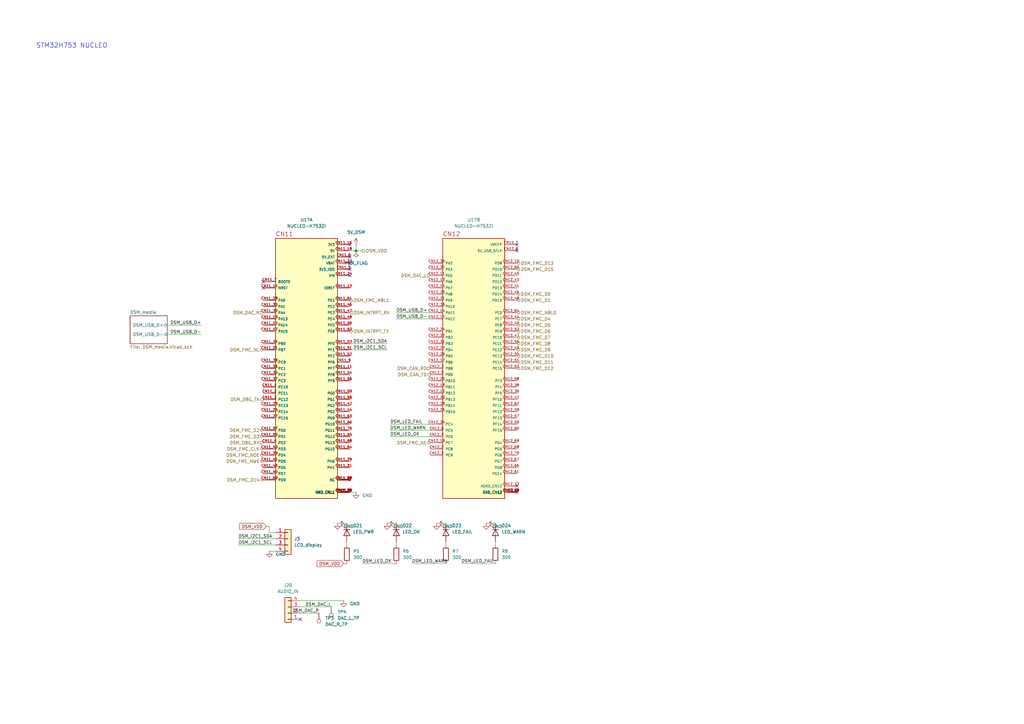
<source format=kicad_sch>
(kicad_sch (version 20250114) (generator "eeschema") (generator_version "9.0")
  (paper "A3")
  (title_block (date "2025-07-21") (rev "2"))
  (lib_symbols
    (symbol "Connector:TestPoint" (pin_numbers (hide yes)) (pin_names (offset 0.762) (hide yes))
      (property "Reference" "TP" (at 0 6.858 0))
      (property "Value" "TestPoint" (at 0 5.08 0))
      (symbol "TestPoint_0_1"
        (circle (center 0 3.302) (radius 0.762))
      )
      (symbol "TestPoint_1_1"
        (pin passive line (at 0 0 90) (length 2.54) (name "1") (number "1"))
      )
    )
    (symbol "Connector_Generic:Conn_01x04" (pin_names (offset 1.016) (hide yes))
      (property "Reference" "J" (at 0 5.08 0))
      (property "Value" "Conn_01x04" (at 0 -7.62 0))
      (symbol "Conn_01x04_1_1"
        (rectangle (start -1.27 3.81) (end 1.27 -6.35) (stroke (width 0.254)) (fill (type background)))
        (rectangle (start -1.27 2.667) (end 0 2.413) (stroke (width 0.1524)))
        (rectangle (start -1.27 0.127) (end 0 -0.127) (stroke (width 0.1524)))
        (rectangle (start -1.27 -2.413) (end 0 -2.667) (stroke (width 0.1524)))
        (rectangle (start -1.27 -4.953) (end 0 -5.207) (stroke (width 0.1524)))
        (pin passive line (at -5.08 2.54 0) (length 3.81) (name "Pin_1") (number "1"))
        (pin passive line (at -5.08 0 0) (length 3.81) (name "Pin_2") (number "2"))
        (pin passive line (at -5.08 -2.54 0) (length 3.81) (name "Pin_3") (number "3"))
        (pin passive line (at -5.08 -5.08 0) (length 3.81) (name "Pin_4") (number "4"))
      )
    )
    (symbol "Device:LED" (pin_numbers (hide yes)) (pin_names (offset 1.016) (hide yes))
      (property "Reference" "D" (at 0 2.54 0))
      (property "Value" "LED" (at 0 -2.54 0))
      (symbol "LED_0_1"
        (polyline (pts (xy -3.048 -0.762) (xy -4.572 -2.286) (xy -3.81 -2.286) (xy -4.572 -2.286) (xy -4.572 -1.524)))
        (polyline (pts (xy -1.778 -0.762) (xy -3.302 -2.286) (xy -2.54 -2.286) (xy -3.302 -2.286) (xy -3.302 -1.524)))
        (polyline (pts (xy -1.27 0) (xy 1.27 0)))
        (polyline (pts (xy -1.27 -1.27) (xy -1.27 1.27)) (stroke (width 0.254)))
        (polyline (pts (xy 1.27 -1.27) (xy 1.27 1.27) (xy -1.27 0) (xy 1.27 -1.27)) (stroke (width 0.254)))
      )
      (symbol "LED_1_1"
        (pin passive line (at -3.81 0 0) (length 2.54) (name "K") (number "1"))
        (pin passive line (at 3.81 0 180) (length 2.54) (name "A") (number "2"))
      )
    )
    (symbol "Device:R" (pin_numbers (hide yes)) (pin_names (offset 0))
      (property "Reference" "R" (at 2.032 0 90))
      (property "Value" "R" (at 0 0 90))
      (symbol "R_0_1"
        (rectangle (start -1.016 -2.54) (end 1.016 2.54) (stroke (width 0.254)))
      )
      (symbol "R_1_1"
        (pin passive line (at 0 3.81 270) (length 1.27) (name "~") (number "1"))
        (pin passive line (at 0 -3.81 90) (length 1.27) (name "~") (number "2"))
      )
    )
    (symbol "NUCLEO-H753ZI:NUCLEO-H753ZI" (pin_names (offset 1.016))
      (property "Reference" "U" (at -12.7 57.15 0))
      (property "Value" "NUCLEO-H753ZI" (at -12.7 -54.61 0))
      (symbol "NUCLEO-H753ZI_1_0"
        (rectangle (start -12.7 -53.34) (end 12.7 53.34) (stroke (width 0.254)) (fill (type background)))
        (text "CN11" (at -12.7 54.102 0) (effects (font (size 1.778 1.778)) (justify left bottom)))
        (pin input line (at -17.78 35.56 0) (length 5.08) (name "BOOT0") (number "CN11_7"))
        (pin input line (at -17.78 33.02 0) (length 5.08) (name "NRST") (number "CN11_14"))
        (pin bidirectional line (at -17.78 27.94 0) (length 5.08) (name "PA0") (number "CN11_28"))
        (pin bidirectional line (at -17.78 25.4 0) (length 5.08) (name "PA1") (number "CN11_30"))
        (pin bidirectional line (at -17.78 22.86 0) (length 5.08) (name "PA4") (number "CN11_32"))
        (pin bidirectional line (at -17.78 20.32 0) (length 5.08) (name "PA13") (number "CN11_13"))
        (pin bidirectional line (at -17.78 17.78 0) (length 5.08) (name "PA14") (number "CN11_15"))
        (pin bidirectional line (at -17.78 15.24 0) (length 5.08) (name "PA15") (number "CN11_17"))
        (pin bidirectional line (at -17.78 10.16 0) (length 5.08) (name "PB0") (number "CN11_34"))
        (pin bidirectional line (at -17.78 7.62 0) (length 5.08) (name "PB7") (number "CN11_21"))
        (pin bidirectional line (at -17.78 2.54 0) (length 5.08) (name "PC0") (number "CN11_38"))
        (pin bidirectional line (at -17.78 0 0) (length 5.08) (name "PC1") (number "CN11_36"))
        (pin bidirectional line (at -17.78 -2.54 0) (length 5.08) (name "PC2") (number "CN11_35"))
        (pin bidirectional line (at -17.78 -5.08 0) (length 5.08) (name "PC3") (number "CN11_37"))
        (pin bidirectional line (at -17.78 -7.62 0) (length 5.08) (name "PC10") (number "CN11_1"))
        (pin bidirectional line (at -17.78 -10.16 0) (length 5.08) (name "PC11") (number "CN11_2"))
        (pin bidirectional line (at -17.78 -12.7 0) (length 5.08) (name "PC12") (number "CN11_3"))
        (pin bidirectional line (at -17.78 -15.24 0) (length 5.08) (name "PC13") (number "CN11_23"))
        (pin bidirectional line (at -17.78 -17.78 0) (length 5.08) (name "PC14") (number "CN11_25"))
        (pin bidirectional line (at -17.78 -20.32 0) (length 5.08) (name "PC15") (number "CN11_27"))
        (pin bidirectional line (at -17.78 -25.4 0) (length 5.08) (name "PD0") (number "CN11_57"))
        (pin bidirectional line (at -17.78 -27.94 0) (length 5.08) (name "PD1") (number "CN11_55"))
        (pin bidirectional line (at -17.78 -30.48 0) (length 5.08) (name "PD2") (number "CN11_4"))
        (pin bidirectional line (at -17.78 -33.02 0) (length 5.08) (name "PD3") (number "CN11_40"))
        (pin bidirectional line (at -17.78 -35.56 0) (length 5.08) (name "PD4") (number "CN11_39"))
        (pin bidirectional line (at -17.78 -38.1 0) (length 5.08) (name "PD5") (number "CN11_41"))
        (pin bidirectional line (at -17.78 -40.64 0) (length 5.08) (name "PD6") (number "CN11_43"))
        (pin bidirectional line (at -17.78 -43.18 0) (length 5.08) (name "PD7") (number "CN11_45"))
        (pin bidirectional line (at -17.78 -45.72 0) (length 5.08) (name "PD9") (number "CN11_69"))
        (pin power_in line (at 17.78 50.8 180) (length 5.08) (name "3V3") (number "CN11_16"))
        (pin power_in line (at 17.78 48.26 180) (length 5.08) (name "5V") (number "CN11_18"))
        (pin power_in line (at 17.78 45.72 180) (length 5.08) (name "5V_EXT") (number "CN11_6"))
        (pin power_in line (at 17.78 43.18 180) (length 5.08) (name "VBAT") (number "CN11_33"))
        (pin power_in line (at 17.78 40.64 180) (length 5.08) (name "3V3_VDD") (number "CN11_5"))
        (pin power_in line (at 17.78 38.1 180) (length 5.08) (name "VIN") (number "CN11_24"))
        (pin bidirectional line (at 17.78 33.02 180) (length 5.08) (name "IOREF") (number "CN11_12"))
        (pin bidirectional line (at 17.78 27.94 180) (length 5.08) (name "PE1") (number "CN11_61"))
        (pin bidirectional line (at 17.78 25.4 180) (length 5.08) (name "PE2") (number "CN11_46"))
        (pin bidirectional line (at 17.78 22.86 180) (length 5.08) (name "PE3") (number "CN11_47"))
        (pin bidirectional line (at 17.78 20.32 180) (length 5.08) (name "PE4") (number "CN11_48"))
        (pin bidirectional line (at 17.78 17.78 180) (length 5.08) (name "PE5") (number "CN11_50"))
        (pin bidirectional line (at 17.78 15.24 180) (length 5.08) (name "PE6") (number "CN11_62"))
        (pin bidirectional line (at 17.78 10.16 180) (length 5.08) (name "PF0") (number "CN11_53"))
        (pin bidirectional line (at 17.78 7.62 180) (length 5.08) (name "PF1") (number "CN11_51"))
        (pin bidirectional line (at 17.78 5.08 180) (length 5.08) (name "PF2") (number "CN11_52"))
        (pin bidirectional line (at 17.78 2.54 180) (length 5.08) (name "PF6") (number "CN11_9"))
        (pin bidirectional line (at 17.78 0 180) (length 5.08) (name "PF7") (number "CN11_11"))
        (pin bidirectional line (at 17.78 -2.54 180) (length 5.08) (name "PF8") (number "CN11_54"))
        (pin bidirectional line (at 17.78 -5.08 180) (length 5.08) (name "PF9") (number "CN11_56"))
        (pin bidirectional line (at 17.78 -10.16 180) (length 5.08) (name "PG0") (number "CN11_59"))
        (pin bidirectional line (at 17.78 -12.7 180) (length 5.08) (name "PG1") (number "CN11_58"))
        (pin bidirectional line (at 17.78 -15.24 180) (length 5.08) (name "PG2") (number "CN11_42"))
        (pin bidirectional line (at 17.78 -17.78 180) (length 5.08) (name "PG3") (number "CN11_44"))
        (pin bidirectional line (at 17.78 -20.32 180) (length 5.08) (name "PG9") (number "CN11_63"))
        (pin bidirectional line (at 17.78 -22.86 180) (length 5.08) (name "PG10") (number "CN11_66"))
        (pin bidirectional line (at 17.78 -25.4 180) (length 5.08) (name "PG11") (number "CN11_70"))
        (pin bidirectional line (at 17.78 -27.94 180) (length 5.08) (name "PG12") (number "CN11_65"))
        (pin bidirectional line (at 17.78 -30.48 180) (length 5.08) (name "PG13") (number "CN11_68"))
        (pin bidirectional line (at 17.78 -33.02 180) (length 5.08) (name "PG15") (number "CN11_64"))
        (pin bidirectional line (at 17.78 -38.1 180) (length 5.08) (name "PH0") (number "CN11_29"))
        (pin bidirectional line (at 17.78 -40.64 180) (length 5.08) (name "PH1") (number "CN11_31"))
        (pin no_connect line (at 17.78 -45.72 180) (length 5.08) (name "NC") (number "CN11_10"))
        (pin no_connect line (at 17.78 -45.72 180) (length 5.08) (name "NC") (number "CN11_26"))
        (pin no_connect line (at 17.78 -45.72 180) (length 5.08) (name "NC") (number "CN11_67"))
        (pin power_in line (at 17.78 -50.8 180) (length 5.08) (name "GND_CN11") (number "CN11_19"))
        (pin power_in line (at 17.78 -50.8 180) (length 5.08) (name "GND_CN11") (number "CN11_20"))
        (pin power_in line (at 17.78 -50.8 180) (length 5.08) (name "GND_CN11") (number "CN11_22"))
        (pin power_in line (at 17.78 -50.8 180) (length 5.08) (name "GND_CN11") (number "CN11_49"))
        (pin power_in line (at 17.78 -50.8 180) (length 5.08) (name "GND_CN11") (number "CN11_60"))
        (pin power_in line (at 17.78 -50.8 180) (length 5.08) (name "GND_CN11") (number "CN11_71"))
        (pin power_in line (at 17.78 -50.8 180) (length 5.08) (name "GND_CN11") (number "CN11_72"))
        (pin power_in line (at 17.78 -50.8 180) (length 5.08) (name "GND_CN11") (number "CN11_8"))
      )
      (symbol "NUCLEO-H753ZI_2_0"
        (rectangle (start -12.7 -53.34) (end 12.7 53.34) (stroke (width 0.254)) (fill (type background)))
        (text "CN12" (at -12.7 54.102 0) (effects (font (size 1.778 1.778)) (justify left bottom)))
        (pin bidirectional line (at -17.78 43.18 0) (length 5.08) (name "PA2") (number "CN12_35"))
        (pin bidirectional line (at -17.78 40.64 0) (length 5.08) (name "PA3") (number "CN12_37"))
        (pin bidirectional line (at -17.78 38.1 0) (length 5.08) (name "PA5") (number "CN12_11"))
        (pin bidirectional line (at -17.78 35.56 0) (length 5.08) (name "PA6") (number "CN12_13"))
        (pin bidirectional line (at -17.78 33.02 0) (length 5.08) (name "PA7") (number "CN12_15"))
        (pin bidirectional line (at -17.78 30.48 0) (length 5.08) (name "PA8") (number "CN12_23"))
        (pin bidirectional line (at -17.78 27.94 0) (length 5.08) (name "PA9") (number "CN12_21"))
        (pin bidirectional line (at -17.78 25.4 0) (length 5.08) (name "PA10") (number "CN12_33"))
        (pin bidirectional line (at -17.78 22.86 0) (length 5.08) (name "PA11") (number "CN12_14"))
        (pin bidirectional line (at -17.78 20.32 0) (length 5.08) (name "PA12") (number "CN12_12"))
        (pin bidirectional line (at -17.78 15.24 0) (length 5.08) (name "PB1") (number "CN12_24"))
        (pin bidirectional line (at -17.78 12.7 0) (length 5.08) (name "PB2") (number "CN12_22"))
        (pin bidirectional line (at -17.78 10.16 0) (length 5.08) (name "PB3") (number "CN12_31"))
        (pin bidirectional line (at -17.78 7.62 0) (length 5.08) (name "PB4") (number "CN12_27"))
        (pin bidirectional line (at -17.78 5.08 0) (length 5.08) (name "PB5") (number "CN12_29"))
        (pin bidirectional line (at -17.78 2.54 0) (length 5.08) (name "PB6") (number "CN12_17"))
        (pin bidirectional line (at -17.78 0 0) (length 5.08) (name "PB8") (number "CN12_3"))
        (pin bidirectional line (at -17.78 -2.54 0) (length 5.08) (name "PB9") (number "CN12_5"))
        (pin bidirectional line (at -17.78 -5.08 0) (length 5.08) (name "PB10") (number "CN12_25"))
        (pin bidirectional line (at -17.78 -7.62 0) (length 5.08) (name "PB11") (number "CN12_18"))
        (pin bidirectional line (at -17.78 -10.16 0) (length 5.08) (name "PB12") (number "CN12_16"))
        (pin bidirectional line (at -17.78 -12.7 0) (length 5.08) (name "PB13") (number "CN12_30"))
        (pin bidirectional line (at -17.78 -15.24 0) (length 5.08) (name "PB14") (number "CN12_28"))
        (pin bidirectional line (at -17.78 -17.78 0) (length 5.08) (name "PB15") (number "CN12_26"))
        (pin bidirectional line (at -17.78 -22.86 0) (length 5.08) (name "PC4") (number "CN12_34"))
        (pin bidirectional line (at -17.78 -25.4 0) (length 5.08) (name "PC5") (number "CN12_6"))
        (pin bidirectional line (at -17.78 -27.94 0) (length 5.08) (name "PC6") (number "CN12_4"))
        (pin bidirectional line (at -17.78 -30.48 0) (length 5.08) (name "PC7") (number "CN12_19"))
        (pin bidirectional line (at -17.78 -33.02 0) (length 5.08) (name "PC8") (number "CN12_2"))
        (pin bidirectional line (at -17.78 -35.56 0) (length 5.08) (name "PC9") (number "CN12_1"))
        (pin power_in line (at 17.78 50.8 180) (length 5.08) (name "VREFP") (number "CN12_7"))
        (pin power_in line (at 17.78 48.26 180) (length 5.08) (name "5V_USB_STLK") (number "CN12_8"))
        (pin bidirectional line (at 17.78 43.18 180) (length 5.08) (name "PD8") (number "CN12_10"))
        (pin bidirectional line (at 17.78 40.64 180) (length 5.08) (name "PD10") (number "CN12_65"))
        (pin bidirectional line (at 17.78 38.1 180) (length 5.08) (name "PD11") (number "CN12_45"))
        (pin bidirectional line (at 17.78 35.56 180) (length 5.08) (name "PD12") (number "CN12_43"))
        (pin bidirectional line (at 17.78 33.02 180) (length 5.08) (name "PD13") (number "CN12_41"))
        (pin bidirectional line (at 17.78 30.48 180) (length 5.08) (name "PD14") (number "CN12_46"))
        (pin bidirectional line (at 17.78 27.94 180) (length 5.08) (name "PD15") (number "CN12_48"))
        (pin bidirectional line (at 17.78 22.86 180) (length 5.08) (name "PE0") (number "CN12_64"))
        (pin bidirectional line (at 17.78 20.32 180) (length 5.08) (name "PE7") (number "CN12_44"))
        (pin bidirectional line (at 17.78 17.78 180) (length 5.08) (name "PE8") (number "CN12_40"))
        (pin bidirectional line (at 17.78 15.24 180) (length 5.08) (name "PE9") (number "CN12_52"))
        (pin bidirectional line (at 17.78 12.7 180) (length 5.08) (name "PE10") (number "CN12_47"))
        (pin bidirectional line (at 17.78 10.16 180) (length 5.08) (name "PE11") (number "CN12_56"))
        (pin bidirectional line (at 17.78 7.62 180) (length 5.08) (name "PE12") (number "CN12_49"))
        (pin bidirectional line (at 17.78 5.08 180) (length 5.08) (name "PE13") (number "CN12_55"))
        (pin bidirectional line (at 17.78 2.54 180) (length 5.08) (name "PE14") (number "CN12_51"))
        (pin bidirectional line (at 17.78 0 180) (length 5.08) (name "PE15") (number "CN12_53"))
        (pin bidirectional line (at 17.78 -5.08 180) (length 5.08) (name "PF3") (number "CN12_58"))
        (pin bidirectional line (at 17.78 -7.62 180) (length 5.08) (name "PF4") (number "CN12_38"))
        (pin bidirectional line (at 17.78 -10.16 180) (length 5.08) (name "PF5") (number "CN12_36"))
        (pin bidirectional line (at 17.78 -12.7 180) (length 5.08) (name "PF10") (number "CN12_42"))
        (pin bidirectional line (at 17.78 -15.24 180) (length 5.08) (name "PF11") (number "CN12_62"))
        (pin bidirectional line (at 17.78 -17.78 180) (length 5.08) (name "PF12") (number "CN12_59"))
        (pin bidirectional line (at 17.78 -20.32 180) (length 5.08) (name "PF13") (number "CN12_57"))
        (pin bidirectional line (at 17.78 -22.86 180) (length 5.08) (name "PF14") (number "CN12_50"))
        (pin bidirectional line (at 17.78 -25.4 180) (length 5.08) (name "PF15") (number "CN12_60"))
        (pin bidirectional line (at 17.78 -30.48 180) (length 5.08) (name "PG4") (number "CN12_69"))
        (pin bidirectional line (at 17.78 -33.02 180) (length 5.08) (name "PG5") (number "CN12_68"))
        (pin bidirectional line (at 17.78 -35.56 180) (length 5.08) (name "PG6") (number "CN12_70"))
        (pin bidirectional line (at 17.78 -38.1 180) (length 5.08) (name "PG7") (number "CN12_67"))
        (pin bidirectional line (at 17.78 -40.64 180) (length 5.08) (name "PG8") (number "CN12_66"))
        (pin bidirectional line (at 17.78 -43.18 180) (length 5.08) (name "PG14") (number "CN12_61"))
        (pin power_in line (at 17.78 -48.26 180) (length 5.08) (name "AGND_CN12") (number "CN12_32"))
        (pin power_in line (at 17.78 -50.8 180) (length 5.08) (name "GND_CN12") (number "CN12_20"))
        (pin power_in line (at 17.78 -50.8 180) (length 5.08) (name "GND_CN12") (number "CN12_39"))
        (pin power_in line (at 17.78 -50.8 180) (length 5.08) (name "GND_CN12") (number "CN12_54"))
        (pin power_in line (at 17.78 -50.8 180) (length 5.08) (name "GND_CN12") (number "CN12_63"))
        (pin power_in line (at 17.78 -50.8 180) (length 5.08) (name "GND_CN12") (number "CN12_71"))
        (pin power_in line (at 17.78 -50.8 180) (length 5.08) (name "GND_CN12") (number "CN12_72"))
        (pin power_in line (at 17.78 -50.8 180) (length 5.08) (name "GND_CN12") (number "CN12_9"))
      )
      (symbol "NUCLEO-H753ZI_3_0"
        (rectangle (start -27.94 -20.32) (end 27.94 20.32) (stroke (width 0.254)) (fill (type background)))
        (text "CN8" (at -27.94 21.082 0) (effects (font (size 1.778 1.778)) (justify left bottom)))
        (pin input line (at -33.02 7.62 0) (length 5.08) (name "NRST_CN8") (number "CN8_5"))
        (pin bidirectional line (at -33.02 2.54 0) (length 5.08) (name "D43/SDMMC_D0") (number "CN8_2"))
        (pin bidirectional line (at -33.02 0 0) (length 5.08) (name "D44/SDMMC_D1/I2S_A_CKIN") (number "CN8_4"))
        (pin bidirectional line (at -33.02 -2.54 0) (length 5.08) (name "D45/SDMMC_D2") (number "CN8_6"))
        (pin bidirectional line (at -33.02 -5.08 0) (length 5.08) (name "D46/SDMMC_D3") (number "CN8_8"))
        (pin bidirectional line (at -33.02 -7.62 0) (length 5.08) (name "D47/SDMMC_CK") (number "CN8_10"))
        (pin bidirectional line (at -33.02 -10.16 0) (length 5.08) (name "D48/SDMMC_CMD") (number "CN8_12"))
        (pin no_connect line (at -33.02 -15.24 0) (length 5.08) (name "NC_CN8") (number "CN8_1"))
        (pin power_in line (at 33.02 17.78 180) (length 5.08) (name "VIN_CN8") (number "CN8_15"))
        (pin power_in line (at 33.02 15.24 180) (length 5.08) (name "5V_CN8") (number "CN8_9"))
        (pin power_in line (at 33.02 12.7 180) (length 5.08) (name "3V3_CN8") (number "CN8_7"))
        (pin bidirectional line (at 33.02 7.62 180) (length 5.08) (name "IOREF_CN8") (number "CN8_3"))
        (pin bidirectional line (at 33.02 0 180) (length 5.08) (name "D50/IO") (number "CN8_16"))
        (pin bidirectional line (at 33.02 -2.54 180) (length 5.08) (name "D49/IO") (number "CN8_14"))
        (pin power_in line (at 33.02 -17.78 180) (length 5.08) (name "GND_CN8") (number "CN8_11"))
        (pin power_in line (at 33.02 -17.78 180) (length 5.08) (name "GND_CN8") (number "CN8_13"))
      )
      (symbol "NUCLEO-H753ZI_4_0"
        (rectangle (start -27.94 -25.4) (end 27.94 25.4) (stroke (width 0.254)) (fill (type background)))
        (text "CN9" (at -27.94 26.162 0) (effects (font (size 1.778 1.778)) (justify left bottom)))
        (pin input line (at -33.02 22.86 0) (length 5.08) (name "A0/ADC12_INP15") (number "CN9_1"))
        (pin input line (at -33.02 20.32 0) (length 5.08) (name "A1/ADC123_INP10") (number "CN9_3"))
        (pin input line (at -33.02 17.78 0) (length 5.08) (name "A2/ADC12_INP13") (number "CN9_5"))
        (pin input line (at -33.02 15.24 0) (length 5.08) (name "A3/ADC12_INP5") (number "CN9_7"))
        (pin input line (at -33.02 12.7 0) (length 5.08) (name "A4/ADC123_INP12/I2C1_SDA") (number "CN9_9"))
        (pin input line (at -33.02 10.16 0) (length 5.08) (name "A5/ADC3_INP6/I2C1_SCL") (number "CN9_11"))
        (pin bidirectional line (at -33.02 5.08 0) (length 5.08) (name "D51/USART_B_SCLK") (number "CN9_2"))
        (pin bidirectional line (at -33.02 2.54 0) (length 5.08) (name "D52/USART_B_RX") (number "CN9_4"))
        (pin bidirectional line (at -33.02 0 0) (length 5.08) (name "D53/USART_B_TX") (number "CN9_6"))
        (pin bidirectional line (at -33.02 -2.54 0) (length 5.08) (name "D54/USART_B_RTS") (number "CN9_8"))
        (pin bidirectional line (at -33.02 -5.08 0) (length 5.08) (name "D55/USART_B_CTS") (number "CN9_10"))
        (pin bidirectional line (at -33.02 -10.16 0) (length 5.08) (name "D56/SAI_A_MCLK") (number "CN9_14"))
        (pin bidirectional line (at -33.02 -12.7 0) (length 5.08) (name "D57/SAI_A_FS") (number "CN9_16"))
        (pin bidirectional line (at -33.02 -15.24 0) (length 5.08) (name "D58/SAI_A_SCK") (number "CN9_18"))
        (pin bidirectional line (at -33.02 -17.78 0) (length 5.08) (name "D59/SAI_A_SD") (number "CN9_20"))
        (pin bidirectional line (at 33.02 22.86 180) (length 5.08) (name "D68/I2C_B_SDA") (number "CN9_21"))
        (pin bidirectional line (at 33.02 20.32 180) (length 5.08) (name "D69/I2C_B_SCL") (number "CN9_19"))
        (pin bidirectional line (at 33.02 17.78 180) (length 5.08) (name "D70/I2C_B_SMBA") (number "CN9_17"))
        (pin output line (at 33.02 12.7 180) (length 5.08) (name "D66/CAN_TX") (number "CN9_27"))
        (pin input line (at 33.02 10.16 180) (length 5.08) (name "D67/CAN_RX") (number "CN9_25"))
        (pin bidirectional line (at 33.02 5.08 180) (length 5.08) (name "D64/IO") (number "CN9_30"))
        (pin bidirectional line (at 33.02 2.54 180) (length 5.08) (name "D65/IO") (number "CN9_29"))
        (pin bidirectional line (at 33.02 -2.54 180) (length 5.08) (name "D71/COMP2_INP") (number "CN9_15"))
        (pin bidirectional line (at 33.02 -5.08 180) (length 5.08) (name "D72/COMP1_INP") (number "CN9_13"))
        (pin bidirectional line (at 33.02 -10.16 180) (length 5.08) (name "D62/SAI_B_MCLK") (number "CN9_26"))
        (pin bidirectional line (at 33.02 -12.7 180) (length 5.08) (name "D63/SAI_B_FS") (number "CN9_28"))
        (pin bidirectional line (at 33.02 -15.24 180) (length 5.08) (name "D61/SAI_B_SCK") (number "CN9_24"))
        (pin bidirectional line (at 33.02 -17.78 180) (length 5.08) (name "D60/SAI_B_SD") (number "CN9_22"))
        (pin power_in line (at 33.02 -22.86 180) (length 5.08) (name "GND_CN9") (number "CN9_12"))
        (pin power_in line (at 33.02 -22.86 180) (length 5.08) (name "GND_CN9") (number "CN9_23"))
      )
      (symbol "NUCLEO-H753ZI_5_0"
        (rectangle (start -33.02 -20.32) (end 33.02 20.32) (stroke (width 0.254)) (fill (type background)))
        (text "CN7" (at -33.02 21.082 0) (effects (font (size 1.778 1.778)) (justify left bottom)))
        (pin bidirectional line (at -38.1 12.7 0) (length 5.08) (name "D8/IO") (number "CN7_20"))
        (pin bidirectional line (at -38.1 10.16 0) (length 5.08) (name "D9/TIMER_B_PWM2") (number "CN7_18"))
        (pin bidirectional line (at -38.1 2.54 0) (length 5.08) (name "D10/SPI_A_CS/TIM_B_PWM3") (number "CN7_16"))
        (pin bidirectional line (at -38.1 0 0) (length 5.08) (name "D11/SPI_A_MOSI/TIM_E_PWM1") (number "CN7_14"))
        (pin bidirectional line (at -38.1 -2.54 0) (length 5.08) (name "D12/SPI_A_MISO") (number "CN7_12"))
        (pin bidirectional line (at -38.1 -5.08 0) (length 5.08) (name "D13/SPI_A_SCK") (number "CN7_10"))
        (pin bidirectional line (at -38.1 -7.62 0) (length 5.08) (name "D14/I2C_A_SDA") (number "CN7_4"))
        (pin bidirectional line (at -38.1 -10.16 0) (length 5.08) (name "D15/I2C_A_SCL") (number "CN7_2"))
        (pin bidirectional line (at -38.1 -12.7 0) (length 5.08) (name "D16/I2S_A_MCK") (number "CN7_1"))
        (pin power_in line (at 38.1 17.78 180) (length 5.08) (name "VREFP_CN7") (number "CN7_6"))
        (pin bidirectional line (at 38.1 12.7 180) (length 5.08) (name "D25/SPI_B_MISO") (number "CN7_19"))
        (pin bidirectional line (at 38.1 10.16 180) (length 5.08) (name "D24/SPI_B_NSS") (number "CN7_17"))
        (pin bidirectional line (at 38.1 7.62 180) (length 5.08) (name "D23/I2S_B_CK/SPI_B_SCK") (number "CN7_15"))
        (pin bidirectional line (at 38.1 5.08 180) (length 5.08) (name "D22/I2S_B_SD/SPI_B_MOSI") (number "CN7_13"))
        (pin bidirectional line (at 38.1 0 180) (length 5.08) (name "D21/I2S_B_MCK") (number "CN7_11"))
        (pin bidirectional line (at 38.1 -2.54 180) (length 5.08) (name "D20/I2S_B_WS") (number "CN7_9"))
        (pin bidirectional line (at 38.1 -7.62 180) (length 5.08) (name "D19/I2S_A_WS") (number "CN7_7"))
        (pin bidirectional line (at 38.1 -10.16 180) (length 5.08) (name "D18/I2S_A_CK") (number "CN7_5"))
        (pin bidirectional line (at 38.1 -12.7 180) (length 5.08) (name "D17/I2S_A_SD") (number "CN7_3"))
        (pin power_in line (at 38.1 -17.78 180) (length 5.08) (name "GND_CN7") (number "CN7_8"))
      )
      (symbol "NUCLEO-H753ZI_6_0"
        (rectangle (start -27.94 -30.48) (end 27.94 30.48) (stroke (width 0.254)) (fill (type background)))
        (text "CN10" (at -27.94 31.242 0) (effects (font (size 1.778 1.778)) (justify left bottom)))
        (pin input line (at -33.02 22.86 0) (length 5.08) (name "A6/ADC_A_IN") (number "CN10_7"))
        (pin input line (at -33.02 20.32 0) (length 5.08) (name "A7/ADC_B_IN") (number "CN10_9"))
        (pin input line (at -33.02 17.78 0) (length 5.08) (name "A8/ADC_C_IN") (number "CN10_11"))
        (pin input line (at -33.02 12.7 0) (length 5.08) (name "D0/USART_A_RX") (number "CN10_16"))
        (pin output line (at -33.02 10.16 0) (length 5.08) (name "D1/USART_A_TX") (number "CN10_14"))
        (pin bidirectional line (at -33.02 5.08 0) (length 5.08) (name "D6/TIMER_A_PWM1") (number "CN10_4"))
        (pin bidirectional line (at -33.02 2.54 0) (length 5.08) (name "D5/TIMER_A_PWM2") (number "CN10_6"))
        (pin bidirectional line (at -33.02 0 0) (length 5.08) (name "D3/TIMER_A_PWM3") (number "CN10_10"))
        (pin bidirectional line (at -33.02 -5.08 0) (length 5.08) (name "D37/TIMER_A_BKIN1") (number "CN10_30"))
        (pin bidirectional line (at -33.02 -7.62 0) (length 5.08) (name "D38/TIMER_A_BKIN2") (number "CN10_28"))
        (pin bidirectional line (at -33.02 -10.16 0) (length 5.08) (name "D39/TIMER_A_PWM3N") (number "CN10_26"))
        (pin bidirectional line (at -33.02 -12.7 0) (length 5.08) (name "D40/TIMER_A_PWM2N") (number "CN10_24"))
        (pin bidirectional line (at -33.02 -15.24 0) (length 5.08) (name "D41/TIMER_A_ETR") (number "CN10_20"))
        (pin bidirectional line (at -33.02 -17.78 0) (length 5.08) (name "D42/TIMER_A_PWM1N") (number "CN10_18"))
        (pin power_in line (at 33.02 27.94 180) (length 5.08) (name "AVDD") (number "CN10_1"))
        (pin bidirectional line (at 33.02 22.86 180) (length 5.08) (name "D34/TIMER_B_ETR") (number "CN10_33"))
        (pin bidirectional line (at 33.02 17.78 180) (length 5.08) (name "D32/TIMER_C_PWM1") (number "CN10_29"))
        (pin bidirectional line (at 33.02 15.24 180) (length 5.08) (name "D36/TIMER_C_PWM2") (number "CN10_32"))
        (pin bidirectional line (at 33.02 12.7 180) (length 5.08) (name "D35/TIMER_C_PWM3") (number "CN10_34"))
        (pin bidirectional line (at 33.02 7.62 180) (length 5.08) (name "D33/TIMER_D_PWM1") (number "CN10_31"))
        (pin bidirectional line (at 33.02 2.54 180) (length 5.08) (name "D2/IO") (number "CN10_12"))
        (pin bidirectional line (at 33.02 0 180) (length 5.08) (name "D4/IO") (number "CN10_8"))
        (pin bidirectional line (at 33.02 -2.54 180) (length 5.08) (name "D7/IO") (number "CN10_2"))
        (pin bidirectional line (at 33.02 -7.62 180) (length 5.08) (name "D26/QSPI_CS") (number "CN10_13"))
        (pin bidirectional line (at 33.02 -10.16 180) (length 5.08) (name "D27/QSPI_CLK") (number "CN10_15"))
        (pin bidirectional line (at 33.02 -12.7 180) (length 5.08) (name "D30/QSPI_BK1_IO0") (number "CN10_23"))
        (pin bidirectional line (at 33.02 -15.24 180) (length 5.08) (name "D29/QSPI_BK1_IO1") (number "CN10_21"))
        (pin bidirectional line (at 33.02 -17.78 180) (length 5.08) (name "D31/QSPI_BK1_IO2") (number "CN10_25"))
        (pin bidirectional line (at 33.02 -20.32 180) (length 5.08) (name "D28/QSPI_BK1_IO3") (number "CN10_19"))
        (pin power_in line (at 33.02 -25.4 180) (length 5.08) (name "AGND_CN10") (number "CN10_3"))
        (pin power_in line (at 33.02 -27.94 180) (length 5.08) (name "GND_CN10") (number "CN10_17"))
        (pin power_in line (at 33.02 -27.94 180) (length 5.08) (name "GND_CN10") (number "CN10_22"))
        (pin power_in line (at 33.02 -27.94 180) (length 5.08) (name "GND_CN10") (number "CN10_27"))
        (pin power_in line (at 33.02 -27.94 180) (length 5.08) (name "GND_CN10") (number "CN10_5"))
      )
    )
    (symbol "power:+5V" (power) (pin_numbers (hide yes)) (pin_names (offset 0) (hide yes))
      (property "Value" "+5V" (at 0 3.556 0))
      (symbol "+5V_0_1"
        (polyline (pts (xy -0.762 1.27) (xy 0 2.54)))
        (polyline (pts (xy 0 2.54) (xy 0.762 1.27)))
        (polyline (pts (xy 0 0) (xy 0 2.54)))
      )
      (symbol "+5V_1_1"
        (pin power_in line (at 0 0 90) (length 0) (name "~") (number "1"))
      )
    )
    (symbol "power:GND" (power) (pin_numbers (hide yes)) (pin_names (offset 0) (hide yes))
      (property "Value" "GND" (at 0 -3.81 0))
      (symbol "GND_0_1"
        (polyline (pts (xy 0 0) (xy 0 -1.27) (xy 1.27 -1.27) (xy 0 -2.54) (xy -1.27 -1.27) (xy 0 -1.27)))
      )
      (symbol "GND_1_1"
        (pin power_in line (at 0 0 270) (length 0) (name "~") (number "1"))
      )
    )
    (symbol "power:PWR_FLAG" (power) (pin_numbers (hide yes)) (pin_names (offset 0) (hide yes))
      (property "Value" "PWR_FLAG" (at 0 3.81 0))
      (symbol "PWR_FLAG_0_0"
        (pin power_out line (at 0 0 90) (length 0) (name "~") (number "1"))
      )
      (symbol "PWR_FLAG_0_1"
        (polyline (pts (xy 0 0) (xy 0 1.27) (xy -1.016 1.905) (xy 0 2.54) (xy 1.016 1.905) (xy 0 1.27)))
      )
    )
  )
  (text "STM32H753 NUCLEO" (at 29.464 18.796 0) (effects (font (size 1.905 1.905))))
  (junction (at 146.05 102.87))
  (no_connect (at 143.51 107.95))
  (no_connect (at 212.09 100.33))
  (no_connect (at 107.95 118.11))
  (no_connect (at 212.09 201.93))
  (no_connect (at 143.51 110.49))
  (no_connect (at 212.09 199.39))
  (no_connect (at 143.51 105.41))
  (no_connect (at 212.09 102.87))
  (no_connect (at 123.19 254))
  (no_connect (at 107.95 115.57))
  (no_connect (at 143.51 113.03))
  (no_connect (at 143.51 100.33))
  (wire (pts (xy 110.49 218.44) (xy 113.03 218.44)))
  (wire (pts (xy 182.88 222.25) (xy 182.88 223.52)))
  (wire (pts (xy 162.56 130.81) (xy 176.53 130.81)))
  (wire (pts (xy 199.39 214.63) (xy 203.2 214.63)))
  (wire (pts (xy 179.07 214.63) (xy 182.88 214.63)))
  (wire (pts (xy 140.97 231.14) (xy 142.24 231.14)))
  (wire (pts (xy 146.05 100.33) (xy 146.05 102.87)))
  (wire (pts (xy 109.22 215.9) (xy 110.49 215.9)))
  (wire (pts (xy 110.49 226.06) (xy 113.03 226.06)))
  (wire (pts (xy 168.91 231.14) (xy 182.88 231.14)))
  (wire (pts (xy 97.79 223.52) (xy 113.03 223.52)))
  (wire (pts (xy 158.75 143.51) (xy 143.51 143.51)))
  (wire (pts (xy 82.55 133.35) (xy 68.58 133.35)))
  (wire (pts (xy 146.05 102.87) (xy 143.51 102.87)))
  (wire (pts (xy 146.05 102.87) (xy 148.59 102.87)))
  (wire (pts (xy 123.19 246.38) (xy 140.97 246.38)))
  (wire (pts (xy 130.81 251.46) (xy 123.19 251.46)))
  (wire (pts (xy 143.51 201.93) (xy 146.05 201.93)))
  (wire (pts (xy 160.02 179.07) (xy 176.53 179.07)))
  (wire (pts (xy 148.59 231.14) (xy 162.56 231.14)))
  (wire (pts (xy 160.02 173.99) (xy 176.53 173.99)))
  (wire (pts (xy 162.56 222.25) (xy 162.56 223.52)))
  (wire (pts (xy 160.02 176.53) (xy 176.53 176.53)))
  (wire (pts (xy 110.49 215.9) (xy 110.49 218.44)))
  (wire (pts (xy 189.23 231.14) (xy 203.2 231.14)))
  (wire (pts (xy 82.55 137.16) (xy 68.58 137.16)))
  (wire (pts (xy 97.79 220.98) (xy 113.03 220.98)))
  (wire (pts (xy 203.2 222.25) (xy 203.2 223.52)))
  (wire (pts (xy 138.43 214.63) (xy 142.24 214.63)))
  (wire (pts (xy 135.89 248.92) (xy 123.19 248.92)))
  (wire (pts (xy 158.75 214.63) (xy 162.56 214.63)))
  (wire (pts (xy 142.24 222.25) (xy 142.24 223.52)))
  (wire (pts (xy 162.56 128.27) (xy 176.53 128.27)))
  (wire (pts (xy 158.75 140.97) (xy 143.51 140.97)))
  (label "DSM_I2C1_SCL" (at 97.79 223.52 0))
  (label "DSM_USB_D+" (at 82.55 133.35 180))
  (label "DSM_LED_OK" (at 148.59 231.14 0))
  (label "DSM_I2C1_SCL" (at 158.75 143.51 180))
  (label "DSM_DAC_L" (at 135.89 248.92 180))
  (label "DSM_LED_FAIL" (at 160.02 173.99 0))
  (label "DSM_DAC_R" (at 130.81 251.46 180))
  (label "DSM_USB_D+" (at 162.56 128.27 0))
  (label "DSM_LED_OK" (at 160.02 179.07 0))
  (label "DSM_LED_WARN" (at 160.02 176.53 0))
  (label "DSM_LED_WARN" (at 168.91 231.14 0))
  (label "DSM_I2C1_SDA" (at 97.79 220.98 0))
  (label "DSM_USB_D-" (at 162.56 130.81 0))
  (label "DSM_USB_D-" (at 82.55 137.16 180))
  (label "DSM_LED_FAIL" (at 189.23 231.14 0))
  (label "DSM_I2C1_SDA" (at 158.75 140.97 180))
  (global_label "DSM_VDD" (shape input) (at 140.97 231.14 180) (property "Intersheetrefs" "${INTERSHEET_REFS}" (effects (hide yes))))
  (global_label "DSM_VDD" (shape input) (at 109.22 215.9 180) (property "Intersheetrefs" "${INTERSHEET_REFS}" (effects (hide yes))))
  (hierarchical_label "DSM_FMC_CLK" (shape bidirectional) (at 107.95 184.15 180))
  (hierarchical_label "DSM_FMC_NBL1" (shape bidirectional) (at 143.51 123.19 0))
  (hierarchical_label "DSM_INTRPT_RX" (shape input) (at 143.51 128.27 0))
  (hierarchical_label "DSM_FMC_D10" (shape bidirectional) (at 212.09 146.05 0))
  (hierarchical_label "DSM_FMC_D0" (shape bidirectional) (at 212.09 120.65 0))
  (hierarchical_label "DSM_FMC_NL" (shape bidirectional) (at 107.95 143.51 180))
  (hierarchical_label "DSM_CAN_RD" (shape input) (at 176.53 151.13 180))
  (hierarchical_label "DSM_DBG_TX" (shape output) (at 107.95 163.83 180))
  (hierarchical_label "DSM_FMC_NBL0" (shape bidirectional) (at 212.09 128.27 0))
  (hierarchical_label "DSM_FMC_D3" (shape bidirectional) (at 107.95 179.07 180))
  (hierarchical_label "DSM_INTRPT_TX" (shape output) (at 143.51 135.89 0))
  (hierarchical_label "DSM_FMC_D6" (shape bidirectional) (at 212.09 135.89 0))
  (hierarchical_label "DSM_FMC_NE" (shape bidirectional) (at 176.53 181.61 180))
  (hierarchical_label "DSM_FMC_D14" (shape bidirectional) (at 107.95 196.85 180))
  (hierarchical_label "DSM_FMC_NWE" (shape bidirectional) (at 107.95 189.23 180))
  (hierarchical_label "DSM_FMC_NOE" (shape bidirectional) (at 107.95 186.69 180))
  (hierarchical_label "DSM_FMC_D7" (shape bidirectional) (at 212.09 138.43 0))
  (hierarchical_label "DSM_FMC_D1" (shape bidirectional) (at 212.09 123.19 0))
  (hierarchical_label "DSM_FMC_D15" (shape bidirectional) (at 212.09 110.49 0))
  (hierarchical_label "DSM_FMC_D4" (shape bidirectional) (at 212.09 130.81 0))
  (hierarchical_label "DSM_DAC_R" (shape input) (at 107.95 128.27 180))
  (hierarchical_label "DSM_FMC_D5" (shape bidirectional) (at 212.09 133.35 0))
  (hierarchical_label "DSM_CAN_TD" (shape output) (at 176.53 153.67 180))
  (hierarchical_label "DSM_DAC_L" (shape input) (at 176.53 113.03 180))
  (hierarchical_label "DSM_FMC_D11" (shape bidirectional) (at 212.09 148.59 0))
  (hierarchical_label "DSM_FMC_D13" (shape bidirectional) (at 212.09 107.95 0))
  (hierarchical_label "DSM_DBG_RX" (shape input) (at 107.95 181.61 180))
  (hierarchical_label "DSM_FMC_D12" (shape bidirectional) (at 212.09 151.13 0))
  (hierarchical_label "DSM_VDD" (shape output) (at 148.59 102.87 0))
  (hierarchical_label "DSM_FMC_D9" (shape bidirectional) (at 212.09 143.51 0))
  (hierarchical_label "DSM_FMC_D2" (shape bidirectional) (at 107.95 176.53 180))
  (hierarchical_label "DSM_FMC_D8" (shape bidirectional) (at 212.09 140.97 0))
  (symbol (lib_id "power:GND") (at 146.05 201.93 0) (unit 1)
    (property "Reference" "#PWR0103" (effects (hide yes)))
    (property "Value" "GND" (at 148.59 203.1999 0) (effects (justify left)))
    (property "Description" "Power symbol creates a global label with name \"GND\" , ground" (effects (hide yes)))
  )
  (symbol (lib_id "Device:R") (at 142.24 227.33 0) (unit 1)
    (property "Reference" "R5" (at 144.78 226.0599 0) (effects (justify left)))
    (property "Value" "300" (at 144.78 228.5999 0) (effects (justify left)))
    (property "Footprint" "Resistor_SMD:R_0805_2012Metric_Pad1.20x1.40mm_HandSolder" (effects (hide yes)))
    (property "Description" "Resistor" (effects (hide yes)))
    (property "DigiKey_Part_Number" "311-10.0KCRCT-ND" (effects (hide yes)))
    (property "Price" "0.0129" (effects (hide yes)))
  )
  (symbol (lib_id "Device:R") (at 162.56 227.33 0) (unit 1)
    (property "Reference" "R6" (at 165.1 226.0599 0) (effects (justify left)))
    (property "Value" "300" (at 165.1 228.5999 0) (effects (justify left)))
    (property "Footprint" "Resistor_SMD:R_0805_2012Metric_Pad1.20x1.40mm_HandSolder" (effects (hide yes)))
    (property "Description" "Resistor" (effects (hide yes)))
    (property "DigiKey_Part_Number" "311-10.0KCRCT-ND" (effects (hide yes)))
    (property "Price" "0.0129" (effects (hide yes)))
  )
  (symbol (lib_id "Connector_Generic:Conn_01x04") (at 118.11 220.98 0) (unit 1)
    (property "Reference" "J3" (at 120.65 220.9799 0) (effects (justify left)))
    (property "Value" "LCD_display" (at 120.65 223.5199 0) (effects (justify left)))
    (property "Footprint" "Connector_PinHeader_1.00mm:PinHeader_1x04_P1.00mm_Horizontal" (effects (hide yes)))
    (property "Description" "Generic connector, single row, 01x04, script generated (kicad-library-utils/schlib/autogen/connector/)" (effects (hide yes)))
  )
  (symbol (lib_id "Device:LED") (at 203.2 218.44 270) (unit 1)
    (property "Reference" "D24" (at 205.74 215.5824 90) (effects (justify left)))
    (property "Value" "LED_WARN" (at 205.74 218.1224 90) (effects (justify left)))
    (property "Footprint" "LED_SMD:LED_0603_1608Metric" (effects (hide yes)))
    (property "Description" "Light emitting diode" (effects (hide yes)))
    (property "Sim.Pins" "1=K 2=A" (effects (hide yes)))
  )
  (symbol (lib_id "power:GND") (at 140.97 246.38 0) (unit 1)
    (property "Reference" "#PWR069" (effects (hide yes)))
    (property "Value" "GND" (at 143.51 247.6499 0) (effects (justify left)))
    (property "Description" "Power symbol creates a global label with name \"GND\" , ground" (effects (hide yes)))
  )
  (symbol (lib_id "Device:R") (at 203.2 227.33 0) (unit 1)
    (property "Reference" "R8" (at 205.74 226.0599 0) (effects (justify left)))
    (property "Value" "300" (at 205.74 228.5999 0) (effects (justify left)))
    (property "Footprint" "Resistor_SMD:R_0805_2012Metric_Pad1.20x1.40mm_HandSolder" (effects (hide yes)))
    (property "Description" "Resistor" (effects (hide yes)))
    (property "DigiKey_Part_Number" "311-10.0KCRCT-ND" (effects (hide yes)))
    (property "Price" "0.0129" (effects (hide yes)))
  )
  (symbol (lib_id "Connector:TestPoint") (at 135.89 248.92 180) (unit 1)
    (property "Reference" "TP4" (at 138.43 250.9519 0) (effects (justify right)))
    (property "Value" "DAC_L_TP" (at 138.43 253.4919 0) (effects (justify right)))
    (property "Footprint" "TestPoint:TestPoint_THTPad_D2.5mm_Drill1.2mm" (effects (hide yes)))
    (property "Description" "test point" (effects (hide yes)))
  )
  (symbol (lib_id "power:GND") (at 179.07 214.63 0) (unit 1)
    (property "Reference" "#PWR096" (effects (hide yes)))
    (property "Value" "GND" (at 181.61 215.8999 0) (effects (justify left)))
    (property "Description" "Power symbol creates a global label with name \"GND\" , ground" (effects (hide yes)))
  )
  (symbol (lib_id "NUCLEO-H753ZI:NUCLEO-H753ZI") (at 125.73 151.13 0) (unit 1)
    (property "Reference" "U17" (at 125.73 90.17 0))
    (property "Value" "NUCLEO-H753ZI" (at 125.73 92.71 0))
    (property "Footprint" "NUCLEO-H753ZI:MODULE_NUCLEO-H753ZI" (effects (hide yes)))
    (property "MF" "STMicroelectronics" (effects (hide yes)))
    (property "Description_1" "STM32H753ZI Nucleo-144 STM32H7 ARM® Cortex®-M7 MCU 32-Bit Embedded Evaluation Board" (effects (hide yes)))
    (property "Package" "None" (effects (hide yes)))
    (property "Price" "None" (effects (hide yes)))
    (property "Check_prices" "https://www.snapeda.com/parts/NUCLEO-H753ZI/STMicroelectronics/view-part/?ref=eda" (effects (hide yes)))
    (property "STANDARD" "Manufacturer Recommendations" (effects (hide yes)))
    (property "PARTREV" "Rev. 2" (effects (hide yes)))
    (property "SnapEDA_Link" "https://www.snapeda.com/parts/NUCLEO-H753ZI/STMicroelectronics/view-part/?ref=snap" (effects (hide yes)))
    (property "MP" "NUCLEO-H753ZI" (effects (hide yes)))
    (property "Availability" "In Stock" (effects (hide yes)))
    (property "MANUFACTURER" "STMicroelectronics" (effects (hide yes)))
  )
  (symbol (lib_id "power:PWR_FLAG") (at 146.05 102.87 180) (unit 1)
    (property "Reference" "#FLG04" (effects (hide yes)))
    (property "Value" "PWR_FLAG" (at 146.05 107.95 0))
    (property "Description" "Special symbol for telling ERC where power comes from" (effects (hide yes)))
  )
  (symbol (lib_id "NUCLEO-H753ZI:NUCLEO-H753ZI") (at 194.31 151.13 0) (unit 2)
    (property "Reference" "U17" (at 194.31 90.17 0))
    (property "Value" "NUCLEO-H753ZI" (at 194.31 92.71 0))
    (property "Footprint" "NUCLEO-H753ZI:MODULE_NUCLEO-H753ZI" (effects (hide yes)))
    (property "MF" "STMicroelectronics" (effects (hide yes)))
    (property "Description_1" "STM32H753ZI Nucleo-144 STM32H7 ARM® Cortex®-M7 MCU 32-Bit Embedded Evaluation Board" (effects (hide yes)))
    (property "Package" "None" (effects (hide yes)))
    (property "Price" "None" (effects (hide yes)))
    (property "Check_prices" "https://www.snapeda.com/parts/NUCLEO-H753ZI/STMicroelectronics/view-part/?ref=eda" (effects (hide yes)))
    (property "STANDARD" "Manufacturer Recommendations" (effects (hide yes)))
    (property "PARTREV" "Rev. 2" (effects (hide yes)))
    (property "SnapEDA_Link" "https://www.snapeda.com/parts/NUCLEO-H753ZI/STMicroelectronics/view-part/?ref=snap" (effects (hide yes)))
    (property "MP" "NUCLEO-H753ZI" (effects (hide yes)))
    (property "Availability" "In Stock" (effects (hide yes)))
    (property "MANUFACTURER" "STMicroelectronics" (effects (hide yes)))
  )
  (symbol (lib_id "Connector_Generic:Conn_01x04") (at 118.11 251.46 180) (unit 1)
    (property "Reference" "J20" (at 118.11 240.03 0))
    (property "Value" "AUDIO_IN" (at 118.11 242.57 0))
    (property "Footprint" "Connector:NS-Tech_Grove_1x04_P2mm_Vertical" (effects (hide yes)))
    (property "Description" "Generic connector, single row, 01x04, script generated (kicad-library-utils/schlib/autogen/connector/)" (effects (hide yes)))
  )
  (symbol (lib_id "Device:LED") (at 142.24 218.44 270) (unit 1)
    (property "Reference" "D21" (at 144.78 215.5824 90) (effects (justify left)))
    (property "Value" "LED_PWR" (at 144.78 218.1224 90) (effects (justify left)))
    (property "Footprint" "LED_SMD:LED_0603_1608Metric" (effects (hide yes)))
    (property "Description" "Light emitting diode" (effects (hide yes)))
    (property "Sim.Pins" "1=K 2=A" (effects (hide yes)))
  )
  (symbol (lib_id "power:GND") (at 158.75 214.63 0) (unit 1)
    (property "Reference" "#PWR028" (effects (hide yes)))
    (property "Value" "GND" (at 161.29 215.8999 0) (effects (justify left)))
    (property "Description" "Power symbol creates a global label with name \"GND\" , ground" (effects (hide yes)))
  )
  (symbol (lib_id "Device:R") (at 182.88 227.33 0) (unit 1)
    (property "Reference" "R7" (at 185.42 226.0599 0) (effects (justify left)))
    (property "Value" "300" (at 185.42 228.5999 0) (effects (justify left)))
    (property "Footprint" "Resistor_SMD:R_0805_2012Metric_Pad1.20x1.40mm_HandSolder" (effects (hide yes)))
    (property "Description" "Resistor" (effects (hide yes)))
    (property "DigiKey_Part_Number" "311-10.0KCRCT-ND" (effects (hide yes)))
    (property "Price" "0.0129" (effects (hide yes)))
  )
  (symbol (lib_id "Device:LED") (at 162.56 218.44 270) (unit 1)
    (property "Reference" "D22" (at 165.1 215.5824 90) (effects (justify left)))
    (property "Value" "LED_OK" (at 165.1 218.1224 90) (effects (justify left)))
    (property "Footprint" "LED_SMD:LED_0603_1608Metric" (effects (hide yes)))
    (property "Description" "Light emitting diode" (effects (hide yes)))
    (property "Sim.Pins" "1=K 2=A" (effects (hide yes)))
  )
  (symbol (lib_id "power:+5V") (at 146.05 100.33 0) (unit 1)
    (property "Reference" "#PWR0102" (effects (hide yes)))
    (property "Value" "5V_DSM" (at 146.05 95.25 0))
    (property "Description" "Power symbol creates a global label with name \"+5V\"" (effects (hide yes)))
  )
  (symbol (lib_id "Connector:TestPoint") (at 130.81 251.46 180) (unit 1)
    (property "Reference" "TP3" (at 133.35 253.4919 0) (effects (justify right)))
    (property "Value" "DAC_R_TP" (at 133.35 256.0319 0) (effects (justify right)))
    (property "Footprint" "TestPoint:TestPoint_THTPad_D2.5mm_Drill1.2mm" (effects (hide yes)))
    (property "Description" "test point" (effects (hide yes)))
  )
  (symbol (lib_id "power:GND") (at 199.39 214.63 0) (unit 1)
    (property "Reference" "#PWR097" (effects (hide yes)))
    (property "Value" "GND" (at 201.93 215.8999 0) (effects (justify left)))
    (property "Description" "Power symbol creates a global label with name \"GND\" , ground" (effects (hide yes)))
  )
  (symbol (lib_id "power:GND") (at 138.43 214.63 0) (unit 1)
    (property "Reference" "#PWR022" (effects (hide yes)))
    (property "Value" "GND" (at 140.97 215.8999 0) (effects (justify left)))
    (property "Description" "Power symbol creates a global label with name \"GND\" , ground" (effects (hide yes)))
  )
  (symbol (lib_id "Device:LED") (at 182.88 218.44 270) (unit 1)
    (property "Reference" "D23" (at 185.42 215.5824 90) (effects (justify left)))
    (property "Value" "LED_FAIL" (at 185.42 218.1224 90) (effects (justify left)))
    (property "Footprint" "LED_SMD:LED_0603_1608Metric" (effects (hide yes)))
    (property "Description" "Light emitting diode" (effects (hide yes)))
    (property "Sim.Pins" "1=K 2=A" (effects (hide yes)))
  )
  (symbol (lib_id "power:GND") (at 110.49 226.06 0) (unit 1)
    (property "Reference" "#PWR099" (effects (hide yes)))
    (property "Value" "GND" (at 113.03 227.3299 0) (effects (justify left)))
    (property "Description" "Power symbol creates a global label with name \"GND\" , ground" (effects (hide yes)))
  )
  (sheet (at 53.34 129.54) (size 15.24 11.43) (stroke (width 0.1524))
    (property "Sheetname" "DSM_media" (at 53.34 128.8284 0) (effects (justify left bottom)))
    (property "Sheetfile" "DSM_media.kicad_sch" (at 53.34 141.5546 0) (effects (justify left top)))
    (pin "DSM_USB_D-" bidirectional (at 68.58 137.16 0))
    (pin "DSM_USB_D+" bidirectional (at 68.58 133.35 0))
  )
)
</source>
